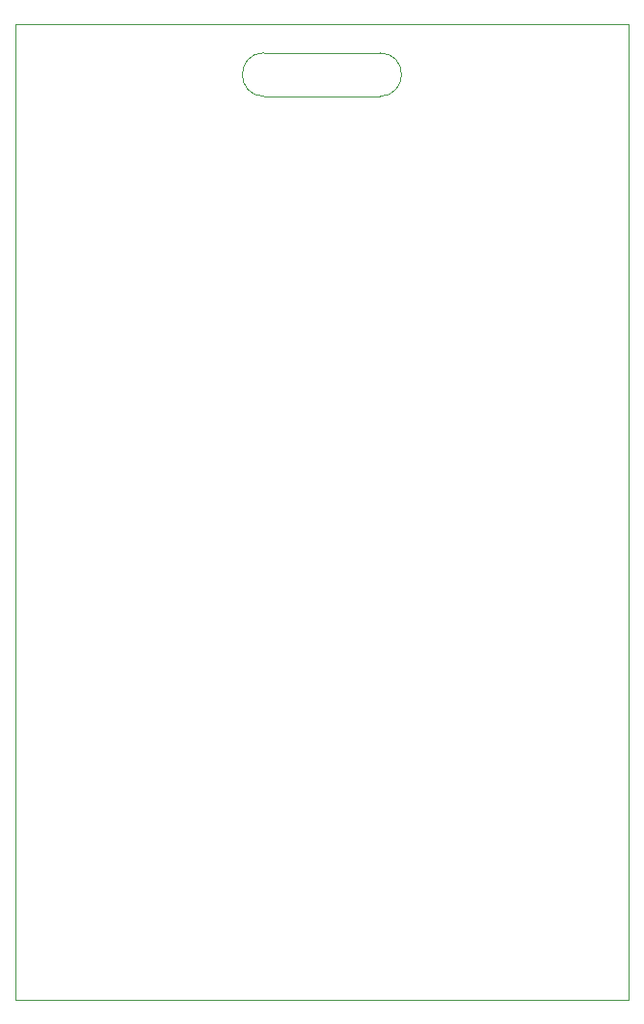
<source format=gm1>
%TF.GenerationSoftware,KiCad,Pcbnew,5.1.10-88a1d61d58~90~ubuntu20.04.1*%
%TF.CreationDate,2021-11-21T06:34:41+05:30*%
%TF.ProjectId,555_badge,3535355f-6261-4646-9765-2e6b69636164,rev?*%
%TF.SameCoordinates,Original*%
%TF.FileFunction,Profile,NP*%
%FSLAX46Y46*%
G04 Gerber Fmt 4.6, Leading zero omitted, Abs format (unit mm)*
G04 Created by KiCad (PCBNEW 5.1.10-88a1d61d58~90~ubuntu20.04.1) date 2021-11-21 06:34:41*
%MOMM*%
%LPD*%
G01*
G04 APERTURE LIST*
%TA.AperFunction,Profile*%
%ADD10C,0.000645*%
%TD*%
G04 APERTURE END LIST*
D10*
X159004000Y-47752000D02*
G75*
G03*
X159004000Y-43942000I0J1905000D01*
G01*
X148844000Y-47752000D02*
G75*
G02*
X148844000Y-43942000I0J1905000D01*
G01*
X148844000Y-43942000D02*
X159004000Y-43942000D01*
X148844000Y-47752000D02*
X159004000Y-47752000D01*
X180848000Y-127000000D02*
X127000000Y-127000000D01*
X180848000Y-41402000D02*
X180848000Y-127000000D01*
X127000000Y-41402000D02*
X180848000Y-41402000D01*
X127000000Y-127000000D02*
X127000000Y-41402000D01*
M02*

</source>
